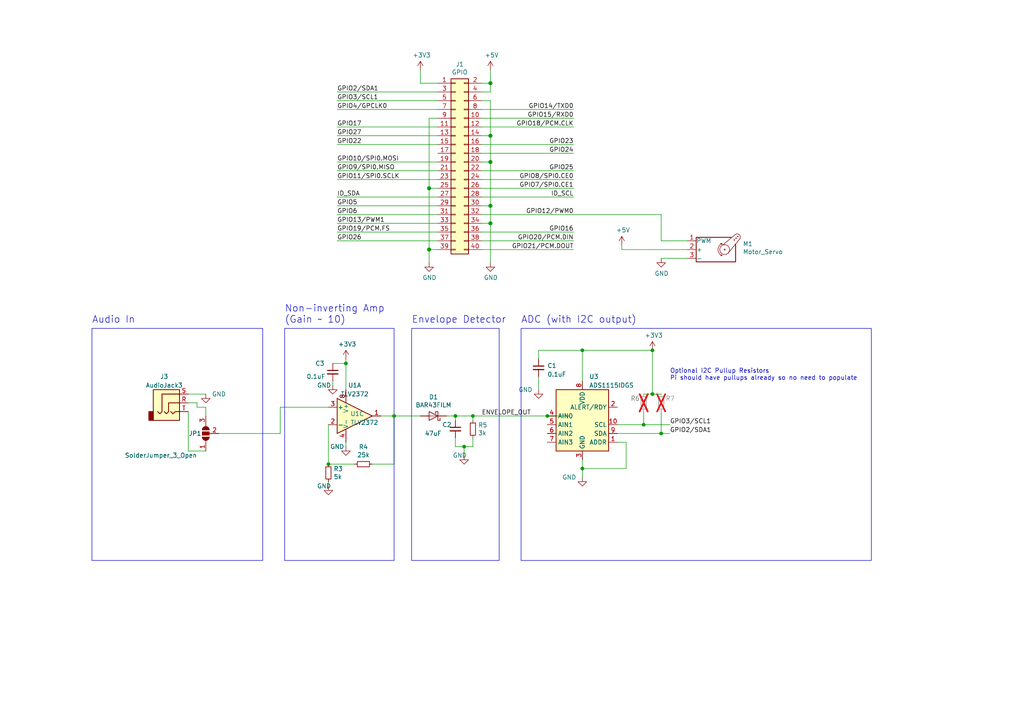
<source format=kicad_sch>
(kicad_sch (version 20230121) (generator eeschema)
  (paper "A4")
  (title_block (title "e-NT Mouth Control PCB") (date "2023-04-13") (company "Dublin Maker 2023") (comment 1 "Shane Ormonde"))
  (lib_symbols
    (symbol "Alexa_kicad_PCB-rescue:BAR43FILM-Diode" (pin_numbers hide) (pin_names (offset 1.016) hide)
      (property "Reference" "D" (at 0 2.54 0))
      (property "Value" "Diode_BAR43FILM" (at 0 -2.54 0))
      (symbol "BAR43FILM-Diode_0_1"
        (polyline (pts (xy 1.27 0) (xy -1.27 0)))
        (polyline (pts (xy 1.27 1.27) (xy 1.27 -1.27) (xy -1.27 0) (xy 1.27 1.27)) (stroke (width 0.2032)))
        (polyline (pts (xy -1.905 0.635) (xy -1.905 1.27) (xy -1.27 1.27) (xy -1.27 -1.27) (xy -0.635 -1.27) (xy -0.635 -0.635)) (stroke (width 0.2032)))
      )
      (symbol "BAR43FILM-Diode_1_1"
        (pin passive line (at 3.81 0 180) (length 2.54) (name "A") (number "1"))
        (pin no_connect line (at 3.81 2.54 180) (length 2.54) hide (name "NC") (number "2"))
        (pin passive line (at -3.81 0 0) (length 2.54) (name "K") (number "3"))
      )
    )
    (symbol "Amplifier_Operational:TLV2372" (pin_names (offset 0.127))
      (property "Reference" "U" (at 0 5.08 0))
      (property "Value" "TLV2372" (at 0 -5.08 0))
      (symbol "TLV2372_1_1"
        (polyline (pts (xy -5.08 5.08) (xy 5.08 0) (xy -5.08 -5.08) (xy -5.08 5.08)) (stroke (width 0.254)) (fill (type background)))
        (pin output line (at 7.62 0 180) (length 2.54) (name "~") (number "1"))
        (pin input line (at -7.62 -2.54 0) (length 2.54) (name "-") (number "2"))
        (pin input line (at -7.62 2.54 0) (length 2.54) (name "+") (number "3"))
      )
      (symbol "TLV2372_2_1"
        (polyline (pts (xy -5.08 5.08) (xy 5.08 0) (xy -5.08 -5.08) (xy -5.08 5.08)) (stroke (width 0.254)) (fill (type background)))
        (pin input line (at -7.62 2.54 0) (length 2.54) (name "+") (number "5"))
        (pin input line (at -7.62 -2.54 0) (length 2.54) (name "-") (number "6"))
        (pin output line (at 7.62 0 180) (length 2.54) (name "~") (number "7"))
      )
      (symbol "TLV2372_3_1"
        (pin power_in line (at -2.54 -7.62 90) (length 3.81) (name "V-") (number "4"))
        (pin power_in line (at -2.54 7.62 270) (length 3.81) (name "V+") (number "8"))
      )
    )
    (symbol "Analog_ADC:ADS1115IDGS"
      (property "Reference" "U" (at 2.54 13.97 0))
      (property "Value" "ADS1115IDGS" (at 7.62 11.43 0))
      (symbol "ADS1115IDGS_0_1"
        (rectangle (start -7.62 10.16) (end 7.62 -7.62) (stroke (width 0.254)) (fill (type background)))
      )
      (symbol "ADS1115IDGS_1_1"
        (pin input line (at 10.16 -5.08 180) (length 2.54) (name "ADDR") (number "1"))
        (pin input line (at 10.16 0 180) (length 2.54) (name "SCL") (number "10"))
        (pin output line (at 10.16 5.08 180) (length 2.54) (name "ALERT/RDY") (number "2"))
        (pin power_in line (at 0 -10.16 90) (length 2.54) (name "GND") (number "3"))
        (pin input line (at -10.16 2.54 0) (length 2.54) (name "AIN0") (number "4"))
        (pin input line (at -10.16 0 0) (length 2.54) (name "AIN1") (number "5"))
        (pin input line (at -10.16 -2.54 0) (length 2.54) (name "AIN2") (number "6"))
        (pin input line (at -10.16 -5.08 0) (length 2.54) (name "AIN3") (number "7"))
        (pin power_in line (at 0 12.7 270) (length 2.54) (name "VDD") (number "8"))
        (pin bidirectional line (at 10.16 -2.54 180) (length 2.54) (name "SDA") (number "9"))
      )
    )
    (symbol "Connector_Audio:AudioJack3"
      (property "Reference" "J" (at 0 8.89 0))
      (property "Value" "AudioJack3" (at 0 6.35 0))
      (symbol "AudioJack3_0_1"
        (rectangle (start -5.08 -5.08) (end -6.35 -2.54) (stroke (width 0.254)) (fill (type outline)))
        (polyline (pts (xy 0 -2.54) (xy 0.635 -3.175) (xy 1.27 -2.54) (xy 2.54 -2.54)) (stroke (width 0.254)))
        (polyline (pts (xy -1.905 -2.54) (xy -1.27 -3.175) (xy -0.635 -2.54) (xy -0.635 0) (xy 2.54 0)) (stroke (width 0.254)))
        (polyline (pts (xy 2.54 2.54) (xy -2.54 2.54) (xy -2.54 -2.54) (xy -3.175 -3.175) (xy -3.81 -2.54)) (stroke (width 0.254)))
        (rectangle (start 2.54 3.81) (end -5.08 -5.08) (stroke (width 0.254)) (fill (type background)))
      )
      (symbol "AudioJack3_1_1"
        (pin passive line (at 5.08 0 180) (length 2.54) (name "~") (number "R"))
        (pin passive line (at 5.08 2.54 180) (length 2.54) (name "~") (number "S"))
        (pin passive line (at 5.08 -2.54 180) (length 2.54) (name "~") (number "T"))
      )
    )
    (symbol "Connector_Generic:Conn_02x20_Odd_Even" (pin_names (offset 1.016) hide)
      (property "Reference" "J" (at 1.27 25.4 0))
      (property "Value" "Conn_02x20_Odd_Even" (at 1.27 -27.94 0))
      (symbol "Conn_02x20_Odd_Even_1_1"
        (rectangle (start -1.27 -25.273) (end 0 -25.527) (stroke (width 0.1524)))
        (rectangle (start -1.27 -22.733) (end 0 -22.987) (stroke (width 0.1524)))
        (rectangle (start -1.27 -20.193) (end 0 -20.447) (stroke (width 0.1524)))
        (rectangle (start -1.27 -17.653) (end 0 -17.907) (stroke (width 0.1524)))
        (rectangle (start -1.27 -15.113) (end 0 -15.367) (stroke (width 0.1524)))
        (rectangle (start -1.27 -12.573) (end 0 -12.827) (stroke (width 0.1524)))
        (rectangle (start -1.27 -10.033) (end 0 -10.287) (stroke (width 0.1524)))
        (rectangle (start -1.27 -7.493) (end 0 -7.747) (stroke (width 0.1524)))
        (rectangle (start -1.27 -4.953) (end 0 -5.207) (stroke (width 0.1524)))
        (rectangle (start -1.27 -2.413) (end 0 -2.667) (stroke (width 0.1524)))
        (rectangle (start -1.27 0.127) (end 0 -0.127) (stroke (width 0.1524)))
        (rectangle (start -1.27 2.667) (end 0 2.413) (stroke (width 0.1524)))
        (rectangle (start -1.27 5.207) (end 0 4.953) (stroke (width 0.1524)))
        (rectangle (start -1.27 7.747) (end 0 7.493) (stroke (width 0.1524)))
        (rectangle (start -1.27 10.287) (end 0 10.033) (stroke (width 0.1524)))
        (rectangle (start -1.27 12.827) (end 0 12.573) (stroke (width 0.1524)))
        (rectangle (start -1.27 15.367) (end 0 15.113) (stroke (width 0.1524)))
        (rectangle (start -1.27 17.907) (end 0 17.653) (stroke (width 0.1524)))
        (rectangle (start -1.27 20.447) (end 0 20.193) (stroke (width 0.1524)))
        (rectangle (start -1.27 22.987) (end 0 22.733) (stroke (width 0.1524)))
        (rectangle (start -1.27 24.13) (end 3.81 -26.67) (stroke (width 0.254)) (fill (type background)))
        (rectangle (start 3.81 -25.273) (end 2.54 -25.527) (stroke (width 0.1524)))
        (rectangle (start 3.81 -22.733) (end 2.54 -22.987) (stroke (width 0.1524)))
        (rectangle (start 3.81 -20.193) (end 2.54 -20.447) (stroke (width 0.1524)))
        (rectangle (start 3.81 -17.653) (end 2.54 -17.907) (stroke (width 0.1524)))
        (rectangle (start 3.81 -15.113) (end 2.54 -15.367) (stroke (width 0.1524)))
        (rectangle (start 3.81 -12.573) (end 2.54 -12.827) (stroke (width 0.1524)))
        (rectangle (start 3.81 -10.033) (end 2.54 -10.287) (stroke (width 0.1524)))
        (rectangle (start 3.81 -7.493) (end 2.54 -7.747) (stroke (width 0.1524)))
        (rectangle (start 3.81 -4.953) (end 2.54 -5.207) (stroke (width 0.1524)))
        (rectangle (start 3.81 -2.413) (end 2.54 -2.667) (stroke (width 0.1524)))
        (rectangle (start 3.81 0.127) (end 2.54 -0.127) (stroke (width 0.1524)))
        (rectangle (start 3.81 2.667) (end 2.54 2.413) (stroke (width 0.1524)))
        (rectangle (start 3.81 5.207) (end 2.54 4.953) (stroke (width 0.1524)))
        (rectangle (start 3.81 7.747) (end 2.54 7.493) (stroke (width 0.1524)))
        (rectangle (start 3.81 10.287) (end 2.54 10.033) (stroke (width 0.1524)))
        (rectangle (start 3.81 12.827) (end 2.54 12.573) (stroke (width 0.1524)))
        (rectangle (start 3.81 15.367) (end 2.54 15.113) (stroke (width 0.1524)))
        (rectangle (start 3.81 17.907) (end 2.54 17.653) (stroke (width 0.1524)))
        (rectangle (start 3.81 20.447) (end 2.54 20.193) (stroke (width 0.1524)))
        (rectangle (start 3.81 22.987) (end 2.54 22.733) (stroke (width 0.1524)))
        (pin passive line (at -5.08 22.86 0) (length 3.81) (name "Pin_1") (number "1"))
        (pin passive line (at 7.62 12.7 180) (length 3.81) (name "Pin_10") (number "10"))
        (pin passive line (at -5.08 10.16 0) (length 3.81) (name "Pin_11") (number "11"))
        (pin passive line (at 7.62 10.16 180) (length 3.81) (name "Pin_12") (number "12"))
        (pin passive line (at -5.08 7.62 0) (length 3.81) (name "Pin_13") (number "13"))
        (pin passive line (at 7.62 7.62 180) (length 3.81) (name "Pin_14") (number "14"))
        (pin passive line (at -5.08 5.08 0) (length 3.81) (name "Pin_15") (number "15"))
        (pin passive line (at 7.62 5.08 180) (length 3.81) (name "Pin_16") (number "16"))
        (pin passive line (at -5.08 2.54 0) (length 3.81) (name "Pin_17") (number "17"))
        (pin passive line (at 7.62 2.54 180) (length 3.81) (name "Pin_18") (number "18"))
        (pin passive line (at -5.08 0 0) (length 3.81) (name "Pin_19") (number "19"))
        (pin passive line (at 7.62 22.86 180) (length 3.81) (name "Pin_2") (number "2"))
        (pin passive line (at 7.62 0 180) (length 3.81) (name "Pin_20") (number "20"))
        (pin passive line (at -5.08 -2.54 0) (length 3.81) (name "Pin_21") (number "21"))
        (pin passive line (at 7.62 -2.54 180) (length 3.81) (name "Pin_22") (number "22"))
        (pin passive line (at -5.08 -5.08 0) (length 3.81) (name "Pin_23") (number "23"))
        (pin passive line (at 7.62 -5.08 180) (length 3.81) (name "Pin_24") (number "24"))
        (pin passive line (at -5.08 -7.62 0) (length 3.81) (name "Pin_25") (number "25"))
        (pin passive line (at 7.62 -7.62 180) (length 3.81) (name "Pin_26") (number "26"))
        (pin passive line (at -5.08 -10.16 0) (length 3.81) (name "Pin_27") (number "27"))
        (pin passive line (at 7.62 -10.16 180) (length 3.81) (name "Pin_28") (number "28"))
        (pin passive line (at -5.08 -12.7 0) (length 3.81) (name "Pin_29") (number "29"))
        (pin passive line (at -5.08 20.32 0) (length 3.81) (name "Pin_3") (number "3"))
        (pin passive line (at 7.62 -12.7 180) (length 3.81) (name "Pin_30") (number "30"))
        (pin passive line (at -5.08 -15.24 0) (length 3.81) (name "Pin_31") (number "31"))
        (pin passive line (at 7.62 -15.24 180) (length 3.81) (name "Pin_32") (number "32"))
        (pin passive line (at -5.08 -17.78 0) (length 3.81) (name "Pin_33") (number "33"))
        (pin passive line (at 7.62 -17.78 180) (length 3.81) (name "Pin_34") (number "34"))
        (pin passive line (at -5.08 -20.32 0) (length 3.81) (name "Pin_35") (number "35"))
        (pin passive line (at 7.62 -20.32 180) (length 3.81) (name "Pin_36") (number "36"))
        (pin passive line (at -5.08 -22.86 0) (length 3.81) (name "Pin_37") (number "37"))
        (pin passive line (at 7.62 -22.86 180) (length 3.81) (name "Pin_38") (number "38"))
        (pin passive line (at -5.08 -25.4 0) (length 3.81) (name "Pin_39") (number "39"))
        (pin passive line (at 7.62 20.32 180) (length 3.81) (name "Pin_4") (number "4"))
        (pin passive line (at 7.62 -25.4 180) (length 3.81) (name "Pin_40") (number "40"))
        (pin passive line (at -5.08 17.78 0) (length 3.81) (name "Pin_5") (number "5"))
        (pin passive line (at 7.62 17.78 180) (length 3.81) (name "Pin_6") (number "6"))
        (pin passive line (at -5.08 15.24 0) (length 3.81) (name "Pin_7") (number "7"))
        (pin passive line (at 7.62 15.24 180) (length 3.81) (name "Pin_8") (number "8"))
        (pin passive line (at -5.08 12.7 0) (length 3.81) (name "Pin_9") (number "9"))
      )
    )
    (symbol "Device:C_Small" (pin_numbers hide) (pin_names (offset 0.254) hide)
      (property "Reference" "C" (at 0.254 1.778 0))
      (property "Value" "C_Small" (at 0.254 -2.032 0))
      (symbol "C_Small_0_1"
        (polyline (pts (xy -1.524 -0.508) (xy 1.524 -0.508)) (stroke (width 0.3302)))
        (polyline (pts (xy -1.524 0.508) (xy 1.524 0.508)) (stroke (width 0.3048)))
      )
      (symbol "C_Small_1_1"
        (pin passive line (at 0 2.54 270) (length 2.032) (name "~") (number "1"))
        (pin passive line (at 0 -2.54 90) (length 2.032) (name "~") (number "2"))
      )
    )
    (symbol "Device:R_Small" (pin_numbers hide) (pin_names (offset 0.254) hide)
      (property "Reference" "R" (at 0.762 0.508 0))
      (property "Value" "R_Small" (at 0.762 -1.016 0))
      (symbol "R_Small_0_1"
        (rectangle (start -0.762 1.778) (end 0.762 -1.778) (stroke (width 0.2032)))
      )
      (symbol "R_Small_1_1"
        (pin passive line (at 0 2.54 270) (length 0.762) (name "~") (number "1"))
        (pin passive line (at 0 -2.54 90) (length 0.762) (name "~") (number "2"))
      )
    )
    (symbol "Jumper:SolderJumper_3_Open" (pin_names (offset 0) hide)
      (property "Reference" "JP" (at -2.54 -2.54 0))
      (property "Value" "SolderJumper_3_Open" (at 0 2.794 0))
      (symbol "SolderJumper_3_Open_0_1"
        (arc (start -1.016 1.016) (mid -2.0276 0) (end -1.016 -1.016))
        (arc (start -1.016 1.016) (mid -2.0276 0) (end -1.016 -1.016) (fill (type outline)))
        (rectangle (start -0.508 1.016) (end 0.508 -1.016) (fill (type outline)))
        (polyline (pts (xy -2.54 0) (xy -2.032 0)))
        (polyline (pts (xy -1.016 1.016) (xy -1.016 -1.016)))
        (polyline (pts (xy 0 -1.27) (xy 0 -1.016)))
        (polyline (pts (xy 1.016 1.016) (xy 1.016 -1.016)))
        (polyline (pts (xy 2.54 0) (xy 2.032 0)))
        (arc (start 1.016 -1.016) (mid 2.0276 0) (end 1.016 1.016))
        (arc (start 1.016 -1.016) (mid 2.0276 0) (end 1.016 1.016) (fill (type outline)))
      )
      (symbol "SolderJumper_3_Open_1_1"
        (pin passive line (at -5.08 0 0) (length 2.54) (name "A") (number "1"))
        (pin passive line (at 0 -3.81 90) (length 2.54) (name "C") (number "2"))
        (pin passive line (at 5.08 0 180) (length 2.54) (name "B") (number "3"))
      )
    )
    (symbol "Motor:Motor_Servo" (pin_names (offset 0.0254))
      (property "Reference" "M" (at -5.08 4.445 0))
      (property "Value" "Motor_Servo" (at -5.08 -4.064 0))
      (symbol "Motor_Servo_0_1"
        (polyline (pts (xy 2.413 -1.778) (xy 2.032 -1.778)))
        (polyline (pts (xy 2.413 -1.778) (xy 2.286 -1.397)))
        (polyline (pts (xy 2.413 1.778) (xy 1.905 1.778)))
        (polyline (pts (xy 2.413 1.778) (xy 2.286 1.397)))
        (polyline (pts (xy 6.35 4.445) (xy 2.54 1.27)))
        (polyline (pts (xy 7.62 3.175) (xy 4.191 -1.016)))
        (polyline (pts (xy 5.08 3.556) (xy -5.08 3.556) (xy -5.08 -3.556) (xy 6.35 -3.556) (xy 6.35 1.524)) (stroke (width 0.254)))
        (arc (start 2.413 1.778) (mid 1.2406 0) (end 2.413 -1.778))
        (circle (center 3.175 0) (radius 0.1778))
        (circle (center 3.175 0) (radius 1.4224))
        (circle (center 5.969 2.794) (radius 0.127))
        (circle (center 6.477 3.302) (radius 0.127))
        (circle (center 6.985 3.81) (radius 0.127))
        (arc (start 7.62 3.175) (mid 7.4485 4.2735) (end 6.35 4.445))
      )
      (symbol "Motor_Servo_1_1"
        (pin passive line (at -7.62 2.54 0) (length 2.54) (name "PWM") (number "1"))
        (pin passive line (at -7.62 0 0) (length 2.54) (name "+") (number "2"))
        (pin passive line (at -7.62 -2.54 0) (length 2.54) (name "-") (number "3"))
      )
    )
    (symbol "power:+3.3V" (power) (pin_names (offset 0))
      (property "Value" "+3.3V" (at 0 3.556 0))
      (symbol "+3.3V_0_1"
        (polyline (pts (xy -0.762 1.27) (xy 0 2.54)))
        (polyline (pts (xy 0 0) (xy 0 2.54)))
        (polyline (pts (xy 0 2.54) (xy 0.762 1.27)))
      )
      (symbol "+3.3V_1_1"
        (pin power_in line (at 0 0 90) (length 0) hide (name "+3V3") (number "1"))
      )
    )
    (symbol "power:+5V" (power) (pin_names (offset 0))
      (property "Value" "+5V" (at 0 3.556 0))
      (symbol "+5V_0_1"
        (polyline (pts (xy -0.762 1.27) (xy 0 2.54)))
        (polyline (pts (xy 0 0) (xy 0 2.54)))
        (polyline (pts (xy 0 2.54) (xy 0.762 1.27)))
      )
      (symbol "+5V_1_1"
        (pin power_in line (at 0 0 90) (length 0) hide (name "+5V") (number "1"))
      )
    )
    (symbol "power:GND" (power) (pin_names (offset 0))
      (property "Value" "GND" (at 0 -3.81 0))
      (symbol "GND_0_1"
        (polyline (pts (xy 0 0) (xy 0 -1.27) (xy 1.27 -1.27) (xy 0 -2.54) (xy -1.27 -1.27) (xy 0 -1.27)))
      )
      (symbol "GND_1_1"
        (pin power_in line (at 0 0 270) (length 0) hide (name "GND") (number "1"))
      )
    )
  )
  (junction (at 186.69 123.19))
  (junction (at 100.33 105.41))
  (junction (at 142.24 24.13) (diameter 1.016))
  (junction (at 142.24 39.37) (diameter 1.016))
  (junction (at 168.91 101.6))
  (junction (at 124.46 72.39) (diameter 1.016))
  (junction (at 189.23 101.6))
  (junction (at 124.46 54.61) (diameter 1.016))
  (junction (at 95.25 134.62))
  (junction (at 189.23 114.3))
  (junction (at 168.91 135.89))
  (junction (at 142.24 64.77) (diameter 1.016))
  (junction (at 137.16 120.65))
  (junction (at 142.24 59.69) (diameter 1.016))
  (junction (at 114.3 120.65))
  (junction (at 142.24 46.99) (diameter 1.016))
  (junction (at 134.62 129.54))
  (junction (at 191.77 125.73))
  (junction (at 132.08 120.65))
  (junction (at 158.75 120.65))
  (wire (pts (xy 124.46 54.61) (xy 124.46 72.39)))
  (wire (pts (xy 139.7 54.61) (xy 166.37 54.61)))
  (wire (pts (xy 168.91 135.89) (xy 168.91 138.43)))
  (wire (pts (xy 127 36.83) (xy 97.79 36.83)))
  (wire (pts (xy 189.23 101.6) (xy 168.91 101.6)))
  (wire (pts (xy 168.91 101.6) (xy 168.91 110.49)))
  (wire (pts (xy 142.24 29.21) (xy 142.24 39.37)))
  (wire (pts (xy 142.24 46.99) (xy 139.7 46.99)))
  (wire (pts (xy 95.25 134.62) (xy 102.87 134.62)))
  (wire (pts (xy 186.69 123.19) (xy 194.31 123.19)))
  (wire (pts (xy 142.24 59.69) (xy 142.24 64.77)))
  (wire (pts (xy 132.08 120.65) (xy 132.08 121.92)))
  (wire (pts (xy 142.24 46.99) (xy 142.24 59.69)))
  (wire (pts (xy 139.7 31.75) (xy 166.37 31.75)))
  (wire (pts (xy 191.77 119.38) (xy 191.77 125.73)))
  (wire (pts (xy 124.46 34.29) (xy 124.46 54.61)))
  (wire (pts (xy 137.16 129.54) (xy 137.16 127)))
  (wire (pts (xy 124.46 34.29) (xy 127 34.29)))
  (wire (pts (xy 134.62 129.54) (xy 134.62 132.08)))
  (wire (pts (xy 139.7 52.07) (xy 166.37 52.07)))
  (wire (pts (xy 127 57.15) (xy 97.79 57.15)))
  (wire (pts (xy 97.79 59.69) (xy 127 59.69)))
  (wire (pts (xy 181.61 128.27) (xy 181.61 135.89)))
  (wire (pts (xy 168.91 133.35) (xy 168.91 135.89)))
  (wire (pts (xy 156.21 109.22) (xy 156.21 113.03)))
  (wire (pts (xy 124.46 54.61) (xy 127 54.61)))
  (wire (pts (xy 139.7 41.91) (xy 166.37 41.91)))
  (wire (pts (xy 59.69 118.11) (xy 59.69 120.65)))
  (wire (pts (xy 139.7 72.39) (xy 166.37 72.39)))
  (wire (pts (xy 124.46 72.39) (xy 124.46 76.2)))
  (wire (pts (xy 97.79 39.37) (xy 127 39.37)))
  (wire (pts (xy 132.08 127) (xy 132.08 129.54)))
  (wire (pts (xy 121.92 20.32) (xy 121.92 24.13)))
  (wire (pts (xy 142.24 64.77) (xy 139.7 64.77)))
  (wire (pts (xy 81.28 125.73) (xy 81.28 118.11)))
  (wire (pts (xy 54.61 116.84) (xy 57.15 116.84)))
  (wire (pts (xy 97.79 29.21) (xy 127 29.21)))
  (wire (pts (xy 139.7 62.23) (xy 191.77 62.23)))
  (wire (pts (xy 180.34 71.12) (xy 180.34 72.39)))
  (wire (pts (xy 57.15 116.84) (xy 57.15 118.11)))
  (wire (pts (xy 97.79 52.07) (xy 127 52.07)))
  (wire (pts (xy 129.54 120.65) (xy 132.08 120.65)))
  (wire (pts (xy 127 26.67) (xy 97.79 26.67)))
  (wire (pts (xy 142.24 24.13) (xy 142.24 26.67)))
  (wire (pts (xy 114.3 120.65) (xy 110.49 120.65)))
  (wire (pts (xy 142.24 39.37) (xy 142.24 46.99)))
  (wire (pts (xy 139.7 36.83) (xy 166.37 36.83)))
  (wire (pts (xy 142.24 39.37) (xy 139.7 39.37)))
  (wire (pts (xy 180.34 72.39) (xy 199.39 72.39)))
  (wire (pts (xy 142.24 20.32) (xy 142.24 24.13)))
  (wire (pts (xy 189.23 101.6) (xy 189.23 114.3)))
  (wire (pts (xy 63.5 125.73) (xy 81.28 125.73)))
  (wire (pts (xy 96.52 105.41) (xy 100.33 105.41)))
  (wire (pts (xy 97.79 31.75) (xy 127 31.75)))
  (wire (pts (xy 142.24 24.13) (xy 139.7 24.13)))
  (wire (pts (xy 191.77 74.93) (xy 199.39 74.93)))
  (wire (pts (xy 139.7 44.45) (xy 166.37 44.45)))
  (wire (pts (xy 139.7 34.29) (xy 166.37 34.29)))
  (wire (pts (xy 191.77 62.23) (xy 191.77 69.85)))
  (wire (pts (xy 81.28 118.11) (xy 95.25 118.11)))
  (wire (pts (xy 156.21 101.6) (xy 168.91 101.6)))
  (wire (pts (xy 165.1 120.65) (xy 158.75 120.65)))
  (wire (pts (xy 137.16 120.65) (xy 137.16 121.92)))
  (wire (pts (xy 181.61 135.89) (xy 168.91 135.89)))
  (wire (pts (xy 97.79 41.91) (xy 127 41.91)))
  (wire (pts (xy 97.79 49.53) (xy 127 49.53)))
  (wire (pts (xy 186.69 114.3) (xy 189.23 114.3)))
  (wire (pts (xy 96.52 110.49) (xy 96.52 111.76)))
  (wire (pts (xy 57.15 118.11) (xy 59.69 118.11)))
  (wire (pts (xy 97.79 62.23) (xy 127 62.23)))
  (wire (pts (xy 142.24 26.67) (xy 139.7 26.67)))
  (wire (pts (xy 54.61 119.38) (xy 54.61 130.81)))
  (wire (pts (xy 97.79 67.31) (xy 127 67.31)))
  (wire (pts (xy 139.7 67.31) (xy 166.37 67.31)))
  (wire (pts (xy 124.46 72.39) (xy 127 72.39)))
  (wire (pts (xy 95.25 123.19) (xy 95.25 134.62)))
  (wire (pts (xy 107.95 134.62) (xy 114.3 134.62)))
  (wire (pts (xy 100.33 128.27) (xy 100.33 129.54)))
  (wire (pts (xy 139.7 69.85) (xy 166.37 69.85)))
  (wire (pts (xy 142.24 29.21) (xy 139.7 29.21)))
  (wire (pts (xy 186.69 119.38) (xy 186.69 123.19)))
  (wire (pts (xy 97.79 69.85) (xy 127 69.85)))
  (wire (pts (xy 179.07 125.73) (xy 191.77 125.73)))
  (wire (pts (xy 156.21 104.14) (xy 156.21 101.6)))
  (wire (pts (xy 137.16 120.65) (xy 158.75 120.65)))
  (wire (pts (xy 179.07 128.27) (xy 181.61 128.27)))
  (wire (pts (xy 142.24 64.77) (xy 142.24 76.2)))
  (wire (pts (xy 139.7 49.53) (xy 166.37 49.53)))
  (wire (pts (xy 127 64.77) (xy 97.79 64.77)))
  (wire (pts (xy 95.25 139.7) (xy 95.25 140.97)))
  (wire (pts (xy 114.3 120.65) (xy 121.92 120.65)))
  (wire (pts (xy 142.24 59.69) (xy 139.7 59.69)))
  (wire (pts (xy 100.33 105.41) (xy 100.33 113.03)))
  (wire (pts (xy 191.77 69.85) (xy 199.39 69.85)))
  (wire (pts (xy 191.77 125.73) (xy 194.31 125.73)))
  (wire (pts (xy 121.92 24.13) (xy 127 24.13)))
  (wire (pts (xy 132.08 120.65) (xy 137.16 120.65)))
  (wire (pts (xy 132.08 129.54) (xy 134.62 129.54)))
  (wire (pts (xy 179.07 123.19) (xy 186.69 123.19)))
  (wire (pts (xy 134.62 129.54) (xy 137.16 129.54)))
  (wire (pts (xy 189.23 114.3) (xy 191.77 114.3)))
  (wire (pts (xy 100.33 104.14) (xy 100.33 105.41)))
  (wire (pts (xy 54.61 114.3) (xy 59.69 114.3)))
  (wire (pts (xy 127 46.99) (xy 97.79 46.99)))
  (wire (pts (xy 139.7 57.15) (xy 166.37 57.15)))
  (wire (pts (xy 54.61 130.81) (xy 59.69 130.81)))
  (wire (pts (xy 114.3 134.62) (xy 114.3 120.65)))
  (rectangle (start 151.13 95.25) (end 252.73 162.56))
  (rectangle (start 82.55 95.25) (end 114.3 162.56))
  (rectangle (start 119.38 95.25) (end 144.78 162.56))
  (rectangle (start 26.67 95.25) (end 76.2 162.56))
  (text "Non-inverting Amp\n(Gain ~ 10)" (at 82.55 93.98 0) (effects (font (size 2 2)) (justify left bottom)))
  (text "Envelope Detector" (at 119.38 93.98 0) (effects (font (size 2 2)) (justify left bottom)))
  (text "ADC (with I2C output)" (at 151.13 93.98 0) (effects (font (size 2 2)) (justify left bottom)))
  (text "Audio In" (at 26.67 93.98 0) (effects (font (size 2 2)) (justify left bottom)))
  (text "Optional I2C Pullup Resistors\nPi should have pullups already so no need to populate" (at 194.31 110.49 0) (effects (font (size 1.27 1.27)) (justify left bottom)))
  (label "ID_SDA" (at 97.79 57.15 0))
  (label "GPIO6" (at 97.79 62.23 0))
  (label "GPIO2{slash}SDA1" (at 194.31 125.73 0))
  (label "ID_SCL" (at 166.37 57.15 180))
  (label "GPIO5" (at 97.79 59.69 0))
  (label "GPIO21{slash}PCM.DOUT" (at 166.37 72.39 180))
  (label "GPIO19{slash}PCM.FS" (at 97.79 67.31 0))
  (label "GPIO10{slash}SPI0.MOSI" (at 97.79 46.99 0))
  (label "GPIO9{slash}SPI0.MISO" (at 97.79 49.53 0))
  (label "GPIO3{slash}SCL1" (at 194.31 123.19 0))
  (label "GPIO23" (at 166.37 41.91 180))
  (label "GPIO4{slash}GPCLK0" (at 97.79 31.75 0))
  (label "ENVELOPE_OUT" (at 139.7 120.65 0))
  (label "GPIO27" (at 97.79 39.37 0))
  (label "GPIO26" (at 97.79 69.85 0))
  (label "GPIO14{slash}TXD0" (at 166.37 31.75 180))
  (label "GPIO8{slash}SPI0.CE0" (at 166.37 52.07 180))
  (label "GPIO15{slash}RXD0" (at 166.37 34.29 180))
  (label "GPIO16" (at 166.37 67.31 180))
  (label "GPIO22" (at 97.79 41.91 0))
  (label "GPIO2{slash}SDA1" (at 97.79 26.67 0))
  (label "GPIO17" (at 97.79 36.83 0))
  (label "GPIO25" (at 166.37 49.53 180))
  (label "GPIO3{slash}SCL1" (at 97.79 29.21 0))
  (label "GPIO18{slash}PCM.CLK" (at 166.37 36.83 180))
  (label "GPIO12{slash}PWM0" (at 166.37 62.23 180))
  (label "GPIO13{slash}PWM1" (at 97.79 64.77 0))
  (label "GPIO20{slash}PCM.DIN" (at 166.37 69.85 180))
  (label "GPIO24" (at 166.37 44.45 180))
  (label "GPIO7{slash}SPI0.CE1" (at 166.37 54.61 180))
  (label "GPIO11{slash}SPI0.SCLK" (at 97.79 52.07 0))
  (symbol (lib_id "power:+5V") (at 142.24 20.32 0) (unit 1)
    (property "Reference" "#PWR01" (effects hide))
    (property "Value" "+5V" (at 142.6083 15.9956 0))
  )
  (symbol (lib_id "power:+3.3V") (at 121.92 20.32 0) (unit 1)
    (property "Reference" "#PWR04" (effects hide))
    (property "Value" "+3.3V" (at 122.2883 15.9956 0))
  )
  (symbol (lib_id "power:GND") (at 142.24 76.2 0) (unit 1)
    (property "Reference" "#PWR02" (effects hide))
    (property "Value" "GND" (at 142.3543 80.5244 0))
  )
  (symbol (lib_id "power:GND") (at 124.46 76.2 0) (unit 1)
    (property "Reference" "#PWR03" (effects hide))
    (property "Value" "GND" (at 124.5743 80.5244 0))
  )
  (symbol (lib_id "Connector_Generic:Conn_02x20_Odd_Even") (at 132.08 46.99 0) (unit 1)
    (property "Reference" "J1" (at 133.35 18.6498 0))
    (property "Value" "GPIO" (at 133.35 20.955 0))
    (property "Footprint" "Connector_PinSocket_2.54mm:PinSocket_2x20_P2.54mm_Vertical" (effects hide))
  )
  (symbol (lib_id "Device:C_Small") (at 132.08 124.46 0) (unit 1)
    (property "Reference" "C2" (at 128.27 123.19 0) (effects (justify left)))
    (property "Value" "47uF" (at 123.19 125.73 0) (effects (justify left)))
    (property "Footprint" "Capacitor_SMD:C_1206_3216Metric" (effects hide))
  )
  (symbol (lib_id "Amplifier_Operational:TLV2372") (at 102.87 120.65 0) (unit 3)
    (property "Reference" "U1" (at 101.6 120.015 0) (effects (justify left)))
    (property "Value" "TLV2372" (at 101.6 122.555 0) (effects (justify left)))
    (property "Footprint" "Package_SO:SOIC-8_3.9x4.9mm_P1.27mm" (effects hide))
    (property "Datasheet" "http://www.ti.com/lit/ds/symlink/tlv2375.pdf" (effects hide))
  )
  (symbol (lib_id "Motor:Motor_Servo") (at 207.01 72.39 0) (unit 1)
    (property "Reference" "M1" (at 215.4428 70.739 0) (effects (justify left)))
    (property "Value" "Motor_Servo" (at 215.4428 73.0504 0) (effects (justify left)))
    (property "Footprint" "Connector_JST:JST_PH_S3B-PH-K_1x03_P2.00mm_Horizontal" (effects hide))
    (property "Datasheet" "http://forums.parallax.com/uploads/attachments/46831/74481.png" (effects hide))
  )
  (symbol (lib_id "Device:R_Small") (at 186.69 116.84 0) (unit 1) (dnp yes)
    (property "Reference" "R6" (at 182.88 115.57 0) (effects (justify left)))
    (property "Value" "R_Small" (effects hide))
    (property "Footprint" "Resistor_SMD:R_0402_1005Metric_Pad0.72x0.64mm_HandSolder" (effects hide))
  )
  (symbol (lib_id "Device:C_Small") (at 156.21 106.68 0) (unit 1)
    (property "Reference" "C1" (at 158.75 106.0513 0) (effects (justify left)))
    (property "Value" "0.1uF" (at 158.75 108.5913 0) (effects (justify left)))
    (property "Footprint" "Capacitor_SMD:C_0603_1608Metric_Pad1.08x0.95mm_HandSolder" (effects hide))
  )
  (symbol (lib_id "power:GND") (at 168.91 138.43 0) (unit 1)
    (property "Reference" "#PWR09" (effects hide))
    (property "Value" "GND" (at 165.1 138.43 0))
  )
  (symbol (lib_id "power:GND") (at 96.52 111.76 0) (unit 1)
    (property "Reference" "#PWR015" (effects hide))
    (property "Value" "GND" (at 93.98 111.76 0))
  )
  (symbol (lib_id "Amplifier_Operational:TLV2372") (at 102.87 120.65 0) (unit 1)
    (property "Reference" "U1" (at 102.87 111.76 0))
    (property "Value" "TLV2372" (at 102.87 114.3 0))
    (property "Footprint" "Package_SO:SOIC-8_3.9x4.9mm_P1.27mm" (effects hide))
    (property "Datasheet" "http://www.ti.com/lit/ds/symlink/tlv2375.pdf" (effects hide))
  )
  (symbol (lib_id "Device:R_Small") (at 191.77 116.84 0) (unit 1) (dnp yes)
    (property "Reference" "R7" (at 193.04 115.57 0) (effects (justify left)))
    (property "Value" "R_Small" (effects hide))
    (property "Footprint" "Resistor_SMD:R_0402_1005Metric_Pad0.72x0.64mm_HandSolder" (effects hide))
  )
  (symbol (lib_id "Device:C_Small") (at 96.52 107.95 0) (unit 1)
    (property "Reference" "C3" (at 91.44 105.41 0) (effects (justify left)))
    (property "Value" "0.1uF" (at 88.9 109.22 0) (effects (justify left)))
    (property "Footprint" "Capacitor_SMD:C_0603_1608Metric_Pad1.08x0.95mm_HandSolder" (effects hide))
  )
  (symbol (lib_id "power:+5V") (at 180.34 71.12 0) (unit 1)
    (property "Reference" "#PWR010" (effects hide))
    (property "Value" "+5V" (at 180.721 66.7258 0))
  )
  (symbol (lib_id "power:+3.3V") (at 100.33 104.14 0) (unit 1)
    (property "Reference" "#PWR014" (effects hide))
    (property "Value" "+3.3V" (at 100.6983 99.8156 0))
  )
  (symbol (lib_id "Connector_Audio:AudioJack3") (at 49.53 116.84 0) (unit 1)
    (property "Reference" "J3" (at 47.625 109.22 0))
    (property "Value" "AudioJack3" (at 47.625 111.76 0))
    (property "Footprint" "Connector_Audio:Jack_3.5mm_CUI_SJ-3523-SMT_Horizontal" (effects hide))
  )
  (symbol (lib_id "Alexa_kicad_PCB-rescue:BAR43FILM-Diode") (at 125.73 120.65 180) (unit 1)
    (property "Reference" "D1" (at 125.73 115.1636 0))
    (property "Value" "BAR43FILM" (at 125.73 117.475 0))
    (property "Footprint" "Package_TO_SOT_SMD:SOT-23" (effects hide))
    (property "Datasheet" "www.st.com/resource/en/datasheet/bar43.pdf" (effects hide))
  )
  (symbol (lib_id "power:GND") (at 95.25 140.97 0) (unit 1)
    (property "Reference" "#PWR07" (effects hide))
    (property "Value" "GND" (at 93.98 140.97 0))
  )
  (symbol (lib_id "power:GND") (at 100.33 129.54 0) (unit 1)
    (property "Reference" "#PWR012" (effects hide))
    (property "Value" "GND" (at 97.79 129.54 0))
  )
  (symbol (lib_id "power:GND") (at 59.69 114.3 0) (unit 1)
    (property "Reference" "#PWR05" (effects hide))
    (property "Value" "GND" (at 63.5 114.3 0))
  )
  (symbol (lib_id "power:GND") (at 134.62 132.08 0) (unit 1)
    (property "Reference" "#PWR08" (effects hide))
    (property "Value" "GND" (at 133.35 132.08 0))
  )
  (symbol (lib_id "Device:R_Small") (at 137.16 124.46 180) (unit 1)
    (property "Reference" "R5" (at 138.6586 123.2916 0) (effects (justify right)))
    (property "Value" "3k" (at 138.6586 125.603 0) (effects (justify right)))
    (property "Footprint" "Resistor_SMD:R_0603_1608Metric" (effects hide))
  )
  (symbol (lib_id "power:GND") (at 191.77 74.93 0) (unit 1)
    (property "Reference" "#PWR011" (effects hide))
    (property "Value" "GND" (at 191.897 79.3242 0))
  )
  (symbol (lib_id "Jumper:SolderJumper_3_Open") (at 59.69 125.73 90) (unit 1)
    (property "Reference" "JP1" (at 58.42 125.73 90) (effects (justify left)))
    (property "Value" "SolderJumper_3_Open" (at 57.15 132.08 90) (effects (justify left)))
    (property "Footprint" "Jumper:SolderJumper-3_P2.0mm_Open_TrianglePad1.0x1.5mm_NumberLabels" (effects hide))
  )
  (symbol (lib_id "Analog_ADC:ADS1115IDGS") (at 168.91 123.19 0) (unit 1)
    (property "Reference" "U3" (at 170.8659 109.22 0) (effects (justify left)))
    (property "Value" "ADS1115IDGS" (at 170.8659 111.76 0) (effects (justify left)))
    (property "Footprint" "Package_SO:TSSOP-10_3x3mm_P0.5mm" (effects hide))
    (property "Datasheet" "http://www.ti.com/lit/ds/symlink/ads1113.pdf" (effects hide))
  )
  (symbol (lib_id "power:GND") (at 156.21 113.03 0) (unit 1)
    (property "Reference" "#PWR013" (effects hide))
    (property "Value" "GND" (at 152.4 113.03 0))
  )
  (symbol (lib_id "Device:R_Small") (at 95.25 137.16 180) (unit 1)
    (property "Reference" "R3" (at 96.7486 135.9916 0) (effects (justify right)))
    (property "Value" "5k" (at 96.7486 138.303 0) (effects (justify right)))
    (property "Footprint" "Resistor_SMD:R_0603_1608Metric" (effects hide))
  )
  (symbol (lib_id "power:+3.3V") (at 189.23 101.6 0) (unit 1)
    (property "Reference" "#PWR06" (effects hide))
    (property "Value" "+3.3V" (at 189.5983 97.2756 0))
  )
  (symbol (lib_id "Device:R_Small") (at 105.41 134.62 270) (unit 1)
    (property "Reference" "R4" (at 105.41 129.6416 90))
    (property "Value" "25k" (at 105.41 131.953 90))
    (property "Footprint" "Resistor_SMD:R_0603_1608Metric" (effects hide))
  )
)
</source>
